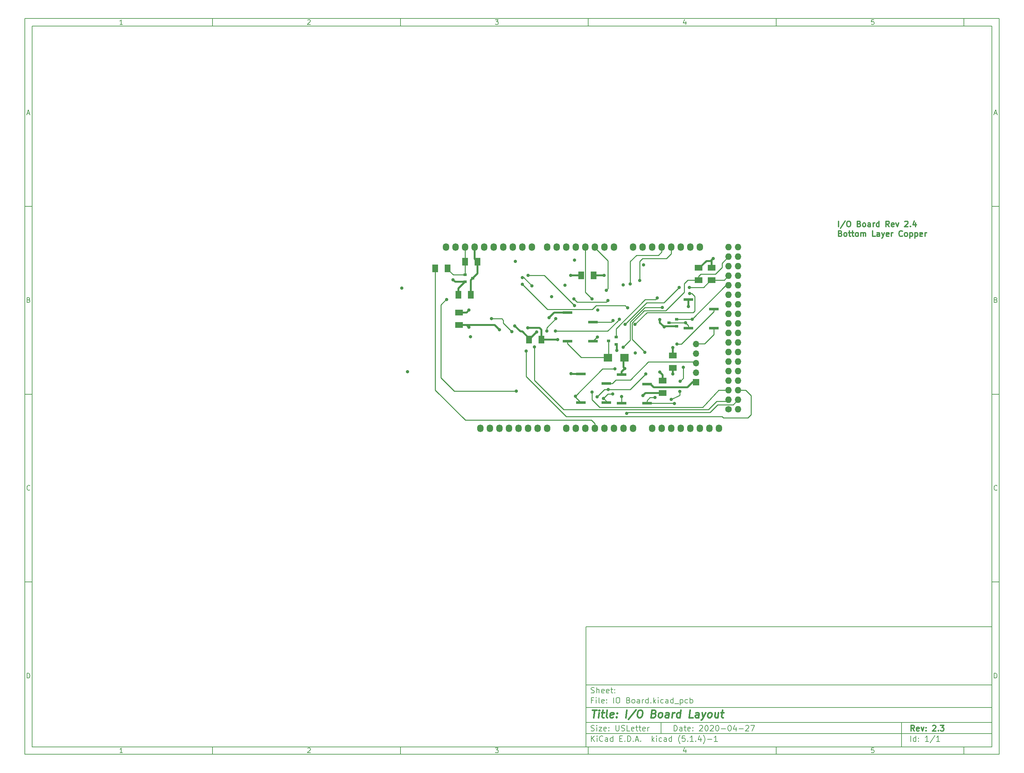
<source format=gbr>
G04 #@! TF.GenerationSoftware,KiCad,Pcbnew,(5.1.4)-1*
G04 #@! TF.CreationDate,2020-05-01T18:49:37-04:00*
G04 #@! TF.ProjectId,IO Board,494f2042-6f61-4726-942e-6b696361645f,2.3*
G04 #@! TF.SameCoordinates,Original*
G04 #@! TF.FileFunction,Copper,L4,Bot*
G04 #@! TF.FilePolarity,Positive*
%FSLAX46Y46*%
G04 Gerber Fmt 4.6, Leading zero omitted, Abs format (unit mm)*
G04 Created by KiCad (PCBNEW (5.1.4)-1) date 2020-05-01 18:49:37*
%MOMM*%
%LPD*%
G04 APERTURE LIST*
%ADD10C,0.100000*%
%ADD11C,0.150000*%
%ADD12C,0.300000*%
%ADD13C,0.400000*%
%ADD14R,2.200000X2.150000*%
%ADD15R,2.032000X1.524000*%
%ADD16R,0.900000X0.800000*%
%ADD17R,2.660000X0.800000*%
%ADD18C,1.727200*%
%ADD19O,1.727200X1.727200*%
%ADD20O,1.727200X2.032000*%
%ADD21R,1.524000X2.032000*%
%ADD22O,1.700000X1.700000*%
%ADD23R,1.700000X1.700000*%
%ADD24C,0.889000*%
%ADD25C,0.508000*%
%ADD26C,0.254000*%
G04 APERTURE END LIST*
D10*
D11*
X159400000Y-171900000D02*
X159400000Y-203900000D01*
X267400000Y-203900000D01*
X267400000Y-171900000D01*
X159400000Y-171900000D01*
D10*
D11*
X10000000Y-10000000D02*
X10000000Y-205900000D01*
X269400000Y-205900000D01*
X269400000Y-10000000D01*
X10000000Y-10000000D01*
D10*
D11*
X12000000Y-12000000D02*
X12000000Y-203900000D01*
X267400000Y-203900000D01*
X267400000Y-12000000D01*
X12000000Y-12000000D01*
D10*
D11*
X60000000Y-12000000D02*
X60000000Y-10000000D01*
D10*
D11*
X110000000Y-12000000D02*
X110000000Y-10000000D01*
D10*
D11*
X160000000Y-12000000D02*
X160000000Y-10000000D01*
D10*
D11*
X210000000Y-12000000D02*
X210000000Y-10000000D01*
D10*
D11*
X260000000Y-12000000D02*
X260000000Y-10000000D01*
D10*
D11*
X36065476Y-11588095D02*
X35322619Y-11588095D01*
X35694047Y-11588095D02*
X35694047Y-10288095D01*
X35570238Y-10473809D01*
X35446428Y-10597619D01*
X35322619Y-10659523D01*
D10*
D11*
X85322619Y-10411904D02*
X85384523Y-10350000D01*
X85508333Y-10288095D01*
X85817857Y-10288095D01*
X85941666Y-10350000D01*
X86003571Y-10411904D01*
X86065476Y-10535714D01*
X86065476Y-10659523D01*
X86003571Y-10845238D01*
X85260714Y-11588095D01*
X86065476Y-11588095D01*
D10*
D11*
X135260714Y-10288095D02*
X136065476Y-10288095D01*
X135632142Y-10783333D01*
X135817857Y-10783333D01*
X135941666Y-10845238D01*
X136003571Y-10907142D01*
X136065476Y-11030952D01*
X136065476Y-11340476D01*
X136003571Y-11464285D01*
X135941666Y-11526190D01*
X135817857Y-11588095D01*
X135446428Y-11588095D01*
X135322619Y-11526190D01*
X135260714Y-11464285D01*
D10*
D11*
X185941666Y-10721428D02*
X185941666Y-11588095D01*
X185632142Y-10226190D02*
X185322619Y-11154761D01*
X186127380Y-11154761D01*
D10*
D11*
X236003571Y-10288095D02*
X235384523Y-10288095D01*
X235322619Y-10907142D01*
X235384523Y-10845238D01*
X235508333Y-10783333D01*
X235817857Y-10783333D01*
X235941666Y-10845238D01*
X236003571Y-10907142D01*
X236065476Y-11030952D01*
X236065476Y-11340476D01*
X236003571Y-11464285D01*
X235941666Y-11526190D01*
X235817857Y-11588095D01*
X235508333Y-11588095D01*
X235384523Y-11526190D01*
X235322619Y-11464285D01*
D10*
D11*
X60000000Y-203900000D02*
X60000000Y-205900000D01*
D10*
D11*
X110000000Y-203900000D02*
X110000000Y-205900000D01*
D10*
D11*
X160000000Y-203900000D02*
X160000000Y-205900000D01*
D10*
D11*
X210000000Y-203900000D02*
X210000000Y-205900000D01*
D10*
D11*
X260000000Y-203900000D02*
X260000000Y-205900000D01*
D10*
D11*
X36065476Y-205488095D02*
X35322619Y-205488095D01*
X35694047Y-205488095D02*
X35694047Y-204188095D01*
X35570238Y-204373809D01*
X35446428Y-204497619D01*
X35322619Y-204559523D01*
D10*
D11*
X85322619Y-204311904D02*
X85384523Y-204250000D01*
X85508333Y-204188095D01*
X85817857Y-204188095D01*
X85941666Y-204250000D01*
X86003571Y-204311904D01*
X86065476Y-204435714D01*
X86065476Y-204559523D01*
X86003571Y-204745238D01*
X85260714Y-205488095D01*
X86065476Y-205488095D01*
D10*
D11*
X135260714Y-204188095D02*
X136065476Y-204188095D01*
X135632142Y-204683333D01*
X135817857Y-204683333D01*
X135941666Y-204745238D01*
X136003571Y-204807142D01*
X136065476Y-204930952D01*
X136065476Y-205240476D01*
X136003571Y-205364285D01*
X135941666Y-205426190D01*
X135817857Y-205488095D01*
X135446428Y-205488095D01*
X135322619Y-205426190D01*
X135260714Y-205364285D01*
D10*
D11*
X185941666Y-204621428D02*
X185941666Y-205488095D01*
X185632142Y-204126190D02*
X185322619Y-205054761D01*
X186127380Y-205054761D01*
D10*
D11*
X236003571Y-204188095D02*
X235384523Y-204188095D01*
X235322619Y-204807142D01*
X235384523Y-204745238D01*
X235508333Y-204683333D01*
X235817857Y-204683333D01*
X235941666Y-204745238D01*
X236003571Y-204807142D01*
X236065476Y-204930952D01*
X236065476Y-205240476D01*
X236003571Y-205364285D01*
X235941666Y-205426190D01*
X235817857Y-205488095D01*
X235508333Y-205488095D01*
X235384523Y-205426190D01*
X235322619Y-205364285D01*
D10*
D11*
X10000000Y-60000000D02*
X12000000Y-60000000D01*
D10*
D11*
X10000000Y-110000000D02*
X12000000Y-110000000D01*
D10*
D11*
X10000000Y-160000000D02*
X12000000Y-160000000D01*
D10*
D11*
X10690476Y-35216666D02*
X11309523Y-35216666D01*
X10566666Y-35588095D02*
X11000000Y-34288095D01*
X11433333Y-35588095D01*
D10*
D11*
X11092857Y-84907142D02*
X11278571Y-84969047D01*
X11340476Y-85030952D01*
X11402380Y-85154761D01*
X11402380Y-85340476D01*
X11340476Y-85464285D01*
X11278571Y-85526190D01*
X11154761Y-85588095D01*
X10659523Y-85588095D01*
X10659523Y-84288095D01*
X11092857Y-84288095D01*
X11216666Y-84350000D01*
X11278571Y-84411904D01*
X11340476Y-84535714D01*
X11340476Y-84659523D01*
X11278571Y-84783333D01*
X11216666Y-84845238D01*
X11092857Y-84907142D01*
X10659523Y-84907142D01*
D10*
D11*
X11402380Y-135464285D02*
X11340476Y-135526190D01*
X11154761Y-135588095D01*
X11030952Y-135588095D01*
X10845238Y-135526190D01*
X10721428Y-135402380D01*
X10659523Y-135278571D01*
X10597619Y-135030952D01*
X10597619Y-134845238D01*
X10659523Y-134597619D01*
X10721428Y-134473809D01*
X10845238Y-134350000D01*
X11030952Y-134288095D01*
X11154761Y-134288095D01*
X11340476Y-134350000D01*
X11402380Y-134411904D01*
D10*
D11*
X10659523Y-185588095D02*
X10659523Y-184288095D01*
X10969047Y-184288095D01*
X11154761Y-184350000D01*
X11278571Y-184473809D01*
X11340476Y-184597619D01*
X11402380Y-184845238D01*
X11402380Y-185030952D01*
X11340476Y-185278571D01*
X11278571Y-185402380D01*
X11154761Y-185526190D01*
X10969047Y-185588095D01*
X10659523Y-185588095D01*
D10*
D11*
X269400000Y-60000000D02*
X267400000Y-60000000D01*
D10*
D11*
X269400000Y-110000000D02*
X267400000Y-110000000D01*
D10*
D11*
X269400000Y-160000000D02*
X267400000Y-160000000D01*
D10*
D11*
X268090476Y-35216666D02*
X268709523Y-35216666D01*
X267966666Y-35588095D02*
X268400000Y-34288095D01*
X268833333Y-35588095D01*
D10*
D11*
X268492857Y-84907142D02*
X268678571Y-84969047D01*
X268740476Y-85030952D01*
X268802380Y-85154761D01*
X268802380Y-85340476D01*
X268740476Y-85464285D01*
X268678571Y-85526190D01*
X268554761Y-85588095D01*
X268059523Y-85588095D01*
X268059523Y-84288095D01*
X268492857Y-84288095D01*
X268616666Y-84350000D01*
X268678571Y-84411904D01*
X268740476Y-84535714D01*
X268740476Y-84659523D01*
X268678571Y-84783333D01*
X268616666Y-84845238D01*
X268492857Y-84907142D01*
X268059523Y-84907142D01*
D10*
D11*
X268802380Y-135464285D02*
X268740476Y-135526190D01*
X268554761Y-135588095D01*
X268430952Y-135588095D01*
X268245238Y-135526190D01*
X268121428Y-135402380D01*
X268059523Y-135278571D01*
X267997619Y-135030952D01*
X267997619Y-134845238D01*
X268059523Y-134597619D01*
X268121428Y-134473809D01*
X268245238Y-134350000D01*
X268430952Y-134288095D01*
X268554761Y-134288095D01*
X268740476Y-134350000D01*
X268802380Y-134411904D01*
D10*
D11*
X268059523Y-185588095D02*
X268059523Y-184288095D01*
X268369047Y-184288095D01*
X268554761Y-184350000D01*
X268678571Y-184473809D01*
X268740476Y-184597619D01*
X268802380Y-184845238D01*
X268802380Y-185030952D01*
X268740476Y-185278571D01*
X268678571Y-185402380D01*
X268554761Y-185526190D01*
X268369047Y-185588095D01*
X268059523Y-185588095D01*
D10*
D11*
X182832142Y-199678571D02*
X182832142Y-198178571D01*
X183189285Y-198178571D01*
X183403571Y-198250000D01*
X183546428Y-198392857D01*
X183617857Y-198535714D01*
X183689285Y-198821428D01*
X183689285Y-199035714D01*
X183617857Y-199321428D01*
X183546428Y-199464285D01*
X183403571Y-199607142D01*
X183189285Y-199678571D01*
X182832142Y-199678571D01*
X184975000Y-199678571D02*
X184975000Y-198892857D01*
X184903571Y-198750000D01*
X184760714Y-198678571D01*
X184475000Y-198678571D01*
X184332142Y-198750000D01*
X184975000Y-199607142D02*
X184832142Y-199678571D01*
X184475000Y-199678571D01*
X184332142Y-199607142D01*
X184260714Y-199464285D01*
X184260714Y-199321428D01*
X184332142Y-199178571D01*
X184475000Y-199107142D01*
X184832142Y-199107142D01*
X184975000Y-199035714D01*
X185475000Y-198678571D02*
X186046428Y-198678571D01*
X185689285Y-198178571D02*
X185689285Y-199464285D01*
X185760714Y-199607142D01*
X185903571Y-199678571D01*
X186046428Y-199678571D01*
X187117857Y-199607142D02*
X186975000Y-199678571D01*
X186689285Y-199678571D01*
X186546428Y-199607142D01*
X186475000Y-199464285D01*
X186475000Y-198892857D01*
X186546428Y-198750000D01*
X186689285Y-198678571D01*
X186975000Y-198678571D01*
X187117857Y-198750000D01*
X187189285Y-198892857D01*
X187189285Y-199035714D01*
X186475000Y-199178571D01*
X187832142Y-199535714D02*
X187903571Y-199607142D01*
X187832142Y-199678571D01*
X187760714Y-199607142D01*
X187832142Y-199535714D01*
X187832142Y-199678571D01*
X187832142Y-198750000D02*
X187903571Y-198821428D01*
X187832142Y-198892857D01*
X187760714Y-198821428D01*
X187832142Y-198750000D01*
X187832142Y-198892857D01*
X189617857Y-198321428D02*
X189689285Y-198250000D01*
X189832142Y-198178571D01*
X190189285Y-198178571D01*
X190332142Y-198250000D01*
X190403571Y-198321428D01*
X190475000Y-198464285D01*
X190475000Y-198607142D01*
X190403571Y-198821428D01*
X189546428Y-199678571D01*
X190475000Y-199678571D01*
X191403571Y-198178571D02*
X191546428Y-198178571D01*
X191689285Y-198250000D01*
X191760714Y-198321428D01*
X191832142Y-198464285D01*
X191903571Y-198750000D01*
X191903571Y-199107142D01*
X191832142Y-199392857D01*
X191760714Y-199535714D01*
X191689285Y-199607142D01*
X191546428Y-199678571D01*
X191403571Y-199678571D01*
X191260714Y-199607142D01*
X191189285Y-199535714D01*
X191117857Y-199392857D01*
X191046428Y-199107142D01*
X191046428Y-198750000D01*
X191117857Y-198464285D01*
X191189285Y-198321428D01*
X191260714Y-198250000D01*
X191403571Y-198178571D01*
X192475000Y-198321428D02*
X192546428Y-198250000D01*
X192689285Y-198178571D01*
X193046428Y-198178571D01*
X193189285Y-198250000D01*
X193260714Y-198321428D01*
X193332142Y-198464285D01*
X193332142Y-198607142D01*
X193260714Y-198821428D01*
X192403571Y-199678571D01*
X193332142Y-199678571D01*
X194260714Y-198178571D02*
X194403571Y-198178571D01*
X194546428Y-198250000D01*
X194617857Y-198321428D01*
X194689285Y-198464285D01*
X194760714Y-198750000D01*
X194760714Y-199107142D01*
X194689285Y-199392857D01*
X194617857Y-199535714D01*
X194546428Y-199607142D01*
X194403571Y-199678571D01*
X194260714Y-199678571D01*
X194117857Y-199607142D01*
X194046428Y-199535714D01*
X193975000Y-199392857D01*
X193903571Y-199107142D01*
X193903571Y-198750000D01*
X193975000Y-198464285D01*
X194046428Y-198321428D01*
X194117857Y-198250000D01*
X194260714Y-198178571D01*
X195403571Y-199107142D02*
X196546428Y-199107142D01*
X197546428Y-198178571D02*
X197689285Y-198178571D01*
X197832142Y-198250000D01*
X197903571Y-198321428D01*
X197975000Y-198464285D01*
X198046428Y-198750000D01*
X198046428Y-199107142D01*
X197975000Y-199392857D01*
X197903571Y-199535714D01*
X197832142Y-199607142D01*
X197689285Y-199678571D01*
X197546428Y-199678571D01*
X197403571Y-199607142D01*
X197332142Y-199535714D01*
X197260714Y-199392857D01*
X197189285Y-199107142D01*
X197189285Y-198750000D01*
X197260714Y-198464285D01*
X197332142Y-198321428D01*
X197403571Y-198250000D01*
X197546428Y-198178571D01*
X199332142Y-198678571D02*
X199332142Y-199678571D01*
X198975000Y-198107142D02*
X198617857Y-199178571D01*
X199546428Y-199178571D01*
X200117857Y-199107142D02*
X201260714Y-199107142D01*
X201903571Y-198321428D02*
X201975000Y-198250000D01*
X202117857Y-198178571D01*
X202475000Y-198178571D01*
X202617857Y-198250000D01*
X202689285Y-198321428D01*
X202760714Y-198464285D01*
X202760714Y-198607142D01*
X202689285Y-198821428D01*
X201832142Y-199678571D01*
X202760714Y-199678571D01*
X203260714Y-198178571D02*
X204260714Y-198178571D01*
X203617857Y-199678571D01*
D10*
D11*
X159400000Y-200400000D02*
X267400000Y-200400000D01*
D10*
D11*
X160832142Y-202478571D02*
X160832142Y-200978571D01*
X161689285Y-202478571D02*
X161046428Y-201621428D01*
X161689285Y-200978571D02*
X160832142Y-201835714D01*
X162332142Y-202478571D02*
X162332142Y-201478571D01*
X162332142Y-200978571D02*
X162260714Y-201050000D01*
X162332142Y-201121428D01*
X162403571Y-201050000D01*
X162332142Y-200978571D01*
X162332142Y-201121428D01*
X163903571Y-202335714D02*
X163832142Y-202407142D01*
X163617857Y-202478571D01*
X163475000Y-202478571D01*
X163260714Y-202407142D01*
X163117857Y-202264285D01*
X163046428Y-202121428D01*
X162975000Y-201835714D01*
X162975000Y-201621428D01*
X163046428Y-201335714D01*
X163117857Y-201192857D01*
X163260714Y-201050000D01*
X163475000Y-200978571D01*
X163617857Y-200978571D01*
X163832142Y-201050000D01*
X163903571Y-201121428D01*
X165189285Y-202478571D02*
X165189285Y-201692857D01*
X165117857Y-201550000D01*
X164975000Y-201478571D01*
X164689285Y-201478571D01*
X164546428Y-201550000D01*
X165189285Y-202407142D02*
X165046428Y-202478571D01*
X164689285Y-202478571D01*
X164546428Y-202407142D01*
X164475000Y-202264285D01*
X164475000Y-202121428D01*
X164546428Y-201978571D01*
X164689285Y-201907142D01*
X165046428Y-201907142D01*
X165189285Y-201835714D01*
X166546428Y-202478571D02*
X166546428Y-200978571D01*
X166546428Y-202407142D02*
X166403571Y-202478571D01*
X166117857Y-202478571D01*
X165975000Y-202407142D01*
X165903571Y-202335714D01*
X165832142Y-202192857D01*
X165832142Y-201764285D01*
X165903571Y-201621428D01*
X165975000Y-201550000D01*
X166117857Y-201478571D01*
X166403571Y-201478571D01*
X166546428Y-201550000D01*
X168403571Y-201692857D02*
X168903571Y-201692857D01*
X169117857Y-202478571D02*
X168403571Y-202478571D01*
X168403571Y-200978571D01*
X169117857Y-200978571D01*
X169760714Y-202335714D02*
X169832142Y-202407142D01*
X169760714Y-202478571D01*
X169689285Y-202407142D01*
X169760714Y-202335714D01*
X169760714Y-202478571D01*
X170475000Y-202478571D02*
X170475000Y-200978571D01*
X170832142Y-200978571D01*
X171046428Y-201050000D01*
X171189285Y-201192857D01*
X171260714Y-201335714D01*
X171332142Y-201621428D01*
X171332142Y-201835714D01*
X171260714Y-202121428D01*
X171189285Y-202264285D01*
X171046428Y-202407142D01*
X170832142Y-202478571D01*
X170475000Y-202478571D01*
X171975000Y-202335714D02*
X172046428Y-202407142D01*
X171975000Y-202478571D01*
X171903571Y-202407142D01*
X171975000Y-202335714D01*
X171975000Y-202478571D01*
X172617857Y-202050000D02*
X173332142Y-202050000D01*
X172475000Y-202478571D02*
X172975000Y-200978571D01*
X173475000Y-202478571D01*
X173975000Y-202335714D02*
X174046428Y-202407142D01*
X173975000Y-202478571D01*
X173903571Y-202407142D01*
X173975000Y-202335714D01*
X173975000Y-202478571D01*
X176975000Y-202478571D02*
X176975000Y-200978571D01*
X177117857Y-201907142D02*
X177546428Y-202478571D01*
X177546428Y-201478571D02*
X176975000Y-202050000D01*
X178189285Y-202478571D02*
X178189285Y-201478571D01*
X178189285Y-200978571D02*
X178117857Y-201050000D01*
X178189285Y-201121428D01*
X178260714Y-201050000D01*
X178189285Y-200978571D01*
X178189285Y-201121428D01*
X179546428Y-202407142D02*
X179403571Y-202478571D01*
X179117857Y-202478571D01*
X178975000Y-202407142D01*
X178903571Y-202335714D01*
X178832142Y-202192857D01*
X178832142Y-201764285D01*
X178903571Y-201621428D01*
X178975000Y-201550000D01*
X179117857Y-201478571D01*
X179403571Y-201478571D01*
X179546428Y-201550000D01*
X180832142Y-202478571D02*
X180832142Y-201692857D01*
X180760714Y-201550000D01*
X180617857Y-201478571D01*
X180332142Y-201478571D01*
X180189285Y-201550000D01*
X180832142Y-202407142D02*
X180689285Y-202478571D01*
X180332142Y-202478571D01*
X180189285Y-202407142D01*
X180117857Y-202264285D01*
X180117857Y-202121428D01*
X180189285Y-201978571D01*
X180332142Y-201907142D01*
X180689285Y-201907142D01*
X180832142Y-201835714D01*
X182189285Y-202478571D02*
X182189285Y-200978571D01*
X182189285Y-202407142D02*
X182046428Y-202478571D01*
X181760714Y-202478571D01*
X181617857Y-202407142D01*
X181546428Y-202335714D01*
X181475000Y-202192857D01*
X181475000Y-201764285D01*
X181546428Y-201621428D01*
X181617857Y-201550000D01*
X181760714Y-201478571D01*
X182046428Y-201478571D01*
X182189285Y-201550000D01*
X184475000Y-203050000D02*
X184403571Y-202978571D01*
X184260714Y-202764285D01*
X184189285Y-202621428D01*
X184117857Y-202407142D01*
X184046428Y-202050000D01*
X184046428Y-201764285D01*
X184117857Y-201407142D01*
X184189285Y-201192857D01*
X184260714Y-201050000D01*
X184403571Y-200835714D01*
X184475000Y-200764285D01*
X185760714Y-200978571D02*
X185046428Y-200978571D01*
X184975000Y-201692857D01*
X185046428Y-201621428D01*
X185189285Y-201550000D01*
X185546428Y-201550000D01*
X185689285Y-201621428D01*
X185760714Y-201692857D01*
X185832142Y-201835714D01*
X185832142Y-202192857D01*
X185760714Y-202335714D01*
X185689285Y-202407142D01*
X185546428Y-202478571D01*
X185189285Y-202478571D01*
X185046428Y-202407142D01*
X184975000Y-202335714D01*
X186475000Y-202335714D02*
X186546428Y-202407142D01*
X186475000Y-202478571D01*
X186403571Y-202407142D01*
X186475000Y-202335714D01*
X186475000Y-202478571D01*
X187975000Y-202478571D02*
X187117857Y-202478571D01*
X187546428Y-202478571D02*
X187546428Y-200978571D01*
X187403571Y-201192857D01*
X187260714Y-201335714D01*
X187117857Y-201407142D01*
X188617857Y-202335714D02*
X188689285Y-202407142D01*
X188617857Y-202478571D01*
X188546428Y-202407142D01*
X188617857Y-202335714D01*
X188617857Y-202478571D01*
X189975000Y-201478571D02*
X189975000Y-202478571D01*
X189617857Y-200907142D02*
X189260714Y-201978571D01*
X190189285Y-201978571D01*
X190617857Y-203050000D02*
X190689285Y-202978571D01*
X190832142Y-202764285D01*
X190903571Y-202621428D01*
X190975000Y-202407142D01*
X191046428Y-202050000D01*
X191046428Y-201764285D01*
X190975000Y-201407142D01*
X190903571Y-201192857D01*
X190832142Y-201050000D01*
X190689285Y-200835714D01*
X190617857Y-200764285D01*
X191760714Y-201907142D02*
X192903571Y-201907142D01*
X194403571Y-202478571D02*
X193546428Y-202478571D01*
X193975000Y-202478571D02*
X193975000Y-200978571D01*
X193832142Y-201192857D01*
X193689285Y-201335714D01*
X193546428Y-201407142D01*
D10*
D11*
X159400000Y-197400000D02*
X267400000Y-197400000D01*
D10*
D12*
X246809285Y-199678571D02*
X246309285Y-198964285D01*
X245952142Y-199678571D02*
X245952142Y-198178571D01*
X246523571Y-198178571D01*
X246666428Y-198250000D01*
X246737857Y-198321428D01*
X246809285Y-198464285D01*
X246809285Y-198678571D01*
X246737857Y-198821428D01*
X246666428Y-198892857D01*
X246523571Y-198964285D01*
X245952142Y-198964285D01*
X248023571Y-199607142D02*
X247880714Y-199678571D01*
X247595000Y-199678571D01*
X247452142Y-199607142D01*
X247380714Y-199464285D01*
X247380714Y-198892857D01*
X247452142Y-198750000D01*
X247595000Y-198678571D01*
X247880714Y-198678571D01*
X248023571Y-198750000D01*
X248095000Y-198892857D01*
X248095000Y-199035714D01*
X247380714Y-199178571D01*
X248595000Y-198678571D02*
X248952142Y-199678571D01*
X249309285Y-198678571D01*
X249880714Y-199535714D02*
X249952142Y-199607142D01*
X249880714Y-199678571D01*
X249809285Y-199607142D01*
X249880714Y-199535714D01*
X249880714Y-199678571D01*
X249880714Y-198750000D02*
X249952142Y-198821428D01*
X249880714Y-198892857D01*
X249809285Y-198821428D01*
X249880714Y-198750000D01*
X249880714Y-198892857D01*
X251666428Y-198321428D02*
X251737857Y-198250000D01*
X251880714Y-198178571D01*
X252237857Y-198178571D01*
X252380714Y-198250000D01*
X252452142Y-198321428D01*
X252523571Y-198464285D01*
X252523571Y-198607142D01*
X252452142Y-198821428D01*
X251595000Y-199678571D01*
X252523571Y-199678571D01*
X253166428Y-199535714D02*
X253237857Y-199607142D01*
X253166428Y-199678571D01*
X253095000Y-199607142D01*
X253166428Y-199535714D01*
X253166428Y-199678571D01*
X253737857Y-198178571D02*
X254666428Y-198178571D01*
X254166428Y-198750000D01*
X254380714Y-198750000D01*
X254523571Y-198821428D01*
X254595000Y-198892857D01*
X254666428Y-199035714D01*
X254666428Y-199392857D01*
X254595000Y-199535714D01*
X254523571Y-199607142D01*
X254380714Y-199678571D01*
X253952142Y-199678571D01*
X253809285Y-199607142D01*
X253737857Y-199535714D01*
D10*
D11*
X160760714Y-199607142D02*
X160975000Y-199678571D01*
X161332142Y-199678571D01*
X161475000Y-199607142D01*
X161546428Y-199535714D01*
X161617857Y-199392857D01*
X161617857Y-199250000D01*
X161546428Y-199107142D01*
X161475000Y-199035714D01*
X161332142Y-198964285D01*
X161046428Y-198892857D01*
X160903571Y-198821428D01*
X160832142Y-198750000D01*
X160760714Y-198607142D01*
X160760714Y-198464285D01*
X160832142Y-198321428D01*
X160903571Y-198250000D01*
X161046428Y-198178571D01*
X161403571Y-198178571D01*
X161617857Y-198250000D01*
X162260714Y-199678571D02*
X162260714Y-198678571D01*
X162260714Y-198178571D02*
X162189285Y-198250000D01*
X162260714Y-198321428D01*
X162332142Y-198250000D01*
X162260714Y-198178571D01*
X162260714Y-198321428D01*
X162832142Y-198678571D02*
X163617857Y-198678571D01*
X162832142Y-199678571D01*
X163617857Y-199678571D01*
X164760714Y-199607142D02*
X164617857Y-199678571D01*
X164332142Y-199678571D01*
X164189285Y-199607142D01*
X164117857Y-199464285D01*
X164117857Y-198892857D01*
X164189285Y-198750000D01*
X164332142Y-198678571D01*
X164617857Y-198678571D01*
X164760714Y-198750000D01*
X164832142Y-198892857D01*
X164832142Y-199035714D01*
X164117857Y-199178571D01*
X165475000Y-199535714D02*
X165546428Y-199607142D01*
X165475000Y-199678571D01*
X165403571Y-199607142D01*
X165475000Y-199535714D01*
X165475000Y-199678571D01*
X165475000Y-198750000D02*
X165546428Y-198821428D01*
X165475000Y-198892857D01*
X165403571Y-198821428D01*
X165475000Y-198750000D01*
X165475000Y-198892857D01*
X167332142Y-198178571D02*
X167332142Y-199392857D01*
X167403571Y-199535714D01*
X167475000Y-199607142D01*
X167617857Y-199678571D01*
X167903571Y-199678571D01*
X168046428Y-199607142D01*
X168117857Y-199535714D01*
X168189285Y-199392857D01*
X168189285Y-198178571D01*
X168832142Y-199607142D02*
X169046428Y-199678571D01*
X169403571Y-199678571D01*
X169546428Y-199607142D01*
X169617857Y-199535714D01*
X169689285Y-199392857D01*
X169689285Y-199250000D01*
X169617857Y-199107142D01*
X169546428Y-199035714D01*
X169403571Y-198964285D01*
X169117857Y-198892857D01*
X168975000Y-198821428D01*
X168903571Y-198750000D01*
X168832142Y-198607142D01*
X168832142Y-198464285D01*
X168903571Y-198321428D01*
X168975000Y-198250000D01*
X169117857Y-198178571D01*
X169475000Y-198178571D01*
X169689285Y-198250000D01*
X171046428Y-199678571D02*
X170332142Y-199678571D01*
X170332142Y-198178571D01*
X172117857Y-199607142D02*
X171975000Y-199678571D01*
X171689285Y-199678571D01*
X171546428Y-199607142D01*
X171475000Y-199464285D01*
X171475000Y-198892857D01*
X171546428Y-198750000D01*
X171689285Y-198678571D01*
X171975000Y-198678571D01*
X172117857Y-198750000D01*
X172189285Y-198892857D01*
X172189285Y-199035714D01*
X171475000Y-199178571D01*
X172617857Y-198678571D02*
X173189285Y-198678571D01*
X172832142Y-198178571D02*
X172832142Y-199464285D01*
X172903571Y-199607142D01*
X173046428Y-199678571D01*
X173189285Y-199678571D01*
X173475000Y-198678571D02*
X174046428Y-198678571D01*
X173689285Y-198178571D02*
X173689285Y-199464285D01*
X173760714Y-199607142D01*
X173903571Y-199678571D01*
X174046428Y-199678571D01*
X175117857Y-199607142D02*
X174975000Y-199678571D01*
X174689285Y-199678571D01*
X174546428Y-199607142D01*
X174475000Y-199464285D01*
X174475000Y-198892857D01*
X174546428Y-198750000D01*
X174689285Y-198678571D01*
X174975000Y-198678571D01*
X175117857Y-198750000D01*
X175189285Y-198892857D01*
X175189285Y-199035714D01*
X174475000Y-199178571D01*
X175832142Y-199678571D02*
X175832142Y-198678571D01*
X175832142Y-198964285D02*
X175903571Y-198821428D01*
X175975000Y-198750000D01*
X176117857Y-198678571D01*
X176260714Y-198678571D01*
D10*
D11*
X245832142Y-202478571D02*
X245832142Y-200978571D01*
X247189285Y-202478571D02*
X247189285Y-200978571D01*
X247189285Y-202407142D02*
X247046428Y-202478571D01*
X246760714Y-202478571D01*
X246617857Y-202407142D01*
X246546428Y-202335714D01*
X246475000Y-202192857D01*
X246475000Y-201764285D01*
X246546428Y-201621428D01*
X246617857Y-201550000D01*
X246760714Y-201478571D01*
X247046428Y-201478571D01*
X247189285Y-201550000D01*
X247903571Y-202335714D02*
X247975000Y-202407142D01*
X247903571Y-202478571D01*
X247832142Y-202407142D01*
X247903571Y-202335714D01*
X247903571Y-202478571D01*
X247903571Y-201550000D02*
X247975000Y-201621428D01*
X247903571Y-201692857D01*
X247832142Y-201621428D01*
X247903571Y-201550000D01*
X247903571Y-201692857D01*
X250546428Y-202478571D02*
X249689285Y-202478571D01*
X250117857Y-202478571D02*
X250117857Y-200978571D01*
X249975000Y-201192857D01*
X249832142Y-201335714D01*
X249689285Y-201407142D01*
X252260714Y-200907142D02*
X250975000Y-202835714D01*
X253546428Y-202478571D02*
X252689285Y-202478571D01*
X253117857Y-202478571D02*
X253117857Y-200978571D01*
X252975000Y-201192857D01*
X252832142Y-201335714D01*
X252689285Y-201407142D01*
D10*
D11*
X159400000Y-193400000D02*
X267400000Y-193400000D01*
D10*
D13*
X161112380Y-194104761D02*
X162255238Y-194104761D01*
X161433809Y-196104761D02*
X161683809Y-194104761D01*
X162671904Y-196104761D02*
X162838571Y-194771428D01*
X162921904Y-194104761D02*
X162814761Y-194200000D01*
X162898095Y-194295238D01*
X163005238Y-194200000D01*
X162921904Y-194104761D01*
X162898095Y-194295238D01*
X163505238Y-194771428D02*
X164267142Y-194771428D01*
X163874285Y-194104761D02*
X163660000Y-195819047D01*
X163731428Y-196009523D01*
X163910000Y-196104761D01*
X164100476Y-196104761D01*
X165052857Y-196104761D02*
X164874285Y-196009523D01*
X164802857Y-195819047D01*
X165017142Y-194104761D01*
X166588571Y-196009523D02*
X166386190Y-196104761D01*
X166005238Y-196104761D01*
X165826666Y-196009523D01*
X165755238Y-195819047D01*
X165850476Y-195057142D01*
X165969523Y-194866666D01*
X166171904Y-194771428D01*
X166552857Y-194771428D01*
X166731428Y-194866666D01*
X166802857Y-195057142D01*
X166779047Y-195247619D01*
X165802857Y-195438095D01*
X167552857Y-195914285D02*
X167636190Y-196009523D01*
X167529047Y-196104761D01*
X167445714Y-196009523D01*
X167552857Y-195914285D01*
X167529047Y-196104761D01*
X167683809Y-194866666D02*
X167767142Y-194961904D01*
X167660000Y-195057142D01*
X167576666Y-194961904D01*
X167683809Y-194866666D01*
X167660000Y-195057142D01*
X170005238Y-196104761D02*
X170255238Y-194104761D01*
X172648095Y-194009523D02*
X170612380Y-196580952D01*
X173683809Y-194104761D02*
X174064761Y-194104761D01*
X174243333Y-194200000D01*
X174410000Y-194390476D01*
X174457619Y-194771428D01*
X174374285Y-195438095D01*
X174231428Y-195819047D01*
X174017142Y-196009523D01*
X173814761Y-196104761D01*
X173433809Y-196104761D01*
X173255238Y-196009523D01*
X173088571Y-195819047D01*
X173040952Y-195438095D01*
X173124285Y-194771428D01*
X173267142Y-194390476D01*
X173481428Y-194200000D01*
X173683809Y-194104761D01*
X177469523Y-195057142D02*
X177743333Y-195152380D01*
X177826666Y-195247619D01*
X177898095Y-195438095D01*
X177862380Y-195723809D01*
X177743333Y-195914285D01*
X177636190Y-196009523D01*
X177433809Y-196104761D01*
X176671904Y-196104761D01*
X176921904Y-194104761D01*
X177588571Y-194104761D01*
X177767142Y-194200000D01*
X177850476Y-194295238D01*
X177921904Y-194485714D01*
X177898095Y-194676190D01*
X177779047Y-194866666D01*
X177671904Y-194961904D01*
X177469523Y-195057142D01*
X176802857Y-195057142D01*
X178957619Y-196104761D02*
X178779047Y-196009523D01*
X178695714Y-195914285D01*
X178624285Y-195723809D01*
X178695714Y-195152380D01*
X178814761Y-194961904D01*
X178921904Y-194866666D01*
X179124285Y-194771428D01*
X179410000Y-194771428D01*
X179588571Y-194866666D01*
X179671904Y-194961904D01*
X179743333Y-195152380D01*
X179671904Y-195723809D01*
X179552857Y-195914285D01*
X179445714Y-196009523D01*
X179243333Y-196104761D01*
X178957619Y-196104761D01*
X181338571Y-196104761D02*
X181469523Y-195057142D01*
X181398095Y-194866666D01*
X181219523Y-194771428D01*
X180838571Y-194771428D01*
X180636190Y-194866666D01*
X181350476Y-196009523D02*
X181148095Y-196104761D01*
X180671904Y-196104761D01*
X180493333Y-196009523D01*
X180421904Y-195819047D01*
X180445714Y-195628571D01*
X180564761Y-195438095D01*
X180767142Y-195342857D01*
X181243333Y-195342857D01*
X181445714Y-195247619D01*
X182290952Y-196104761D02*
X182457619Y-194771428D01*
X182410000Y-195152380D02*
X182529047Y-194961904D01*
X182636190Y-194866666D01*
X182838571Y-194771428D01*
X183029047Y-194771428D01*
X184386190Y-196104761D02*
X184636190Y-194104761D01*
X184398095Y-196009523D02*
X184195714Y-196104761D01*
X183814761Y-196104761D01*
X183636190Y-196009523D01*
X183552857Y-195914285D01*
X183481428Y-195723809D01*
X183552857Y-195152380D01*
X183671904Y-194961904D01*
X183779047Y-194866666D01*
X183981428Y-194771428D01*
X184362380Y-194771428D01*
X184540952Y-194866666D01*
X187814761Y-196104761D02*
X186862380Y-196104761D01*
X187112380Y-194104761D01*
X189338571Y-196104761D02*
X189469523Y-195057142D01*
X189398095Y-194866666D01*
X189219523Y-194771428D01*
X188838571Y-194771428D01*
X188636190Y-194866666D01*
X189350476Y-196009523D02*
X189148095Y-196104761D01*
X188671904Y-196104761D01*
X188493333Y-196009523D01*
X188421904Y-195819047D01*
X188445714Y-195628571D01*
X188564761Y-195438095D01*
X188767142Y-195342857D01*
X189243333Y-195342857D01*
X189445714Y-195247619D01*
X190267142Y-194771428D02*
X190576666Y-196104761D01*
X191219523Y-194771428D02*
X190576666Y-196104761D01*
X190326666Y-196580952D01*
X190219523Y-196676190D01*
X190017142Y-196771428D01*
X192100476Y-196104761D02*
X191921904Y-196009523D01*
X191838571Y-195914285D01*
X191767142Y-195723809D01*
X191838571Y-195152380D01*
X191957619Y-194961904D01*
X192064761Y-194866666D01*
X192267142Y-194771428D01*
X192552857Y-194771428D01*
X192731428Y-194866666D01*
X192814761Y-194961904D01*
X192886190Y-195152380D01*
X192814761Y-195723809D01*
X192695714Y-195914285D01*
X192588571Y-196009523D01*
X192386190Y-196104761D01*
X192100476Y-196104761D01*
X194648095Y-194771428D02*
X194481428Y-196104761D01*
X193790952Y-194771428D02*
X193660000Y-195819047D01*
X193731428Y-196009523D01*
X193910000Y-196104761D01*
X194195714Y-196104761D01*
X194398095Y-196009523D01*
X194505238Y-195914285D01*
X195314761Y-194771428D02*
X196076666Y-194771428D01*
X195683809Y-194104761D02*
X195469523Y-195819047D01*
X195540952Y-196009523D01*
X195719523Y-196104761D01*
X195910000Y-196104761D01*
D10*
D11*
X161332142Y-191492857D02*
X160832142Y-191492857D01*
X160832142Y-192278571D02*
X160832142Y-190778571D01*
X161546428Y-190778571D01*
X162117857Y-192278571D02*
X162117857Y-191278571D01*
X162117857Y-190778571D02*
X162046428Y-190850000D01*
X162117857Y-190921428D01*
X162189285Y-190850000D01*
X162117857Y-190778571D01*
X162117857Y-190921428D01*
X163046428Y-192278571D02*
X162903571Y-192207142D01*
X162832142Y-192064285D01*
X162832142Y-190778571D01*
X164189285Y-192207142D02*
X164046428Y-192278571D01*
X163760714Y-192278571D01*
X163617857Y-192207142D01*
X163546428Y-192064285D01*
X163546428Y-191492857D01*
X163617857Y-191350000D01*
X163760714Y-191278571D01*
X164046428Y-191278571D01*
X164189285Y-191350000D01*
X164260714Y-191492857D01*
X164260714Y-191635714D01*
X163546428Y-191778571D01*
X164903571Y-192135714D02*
X164975000Y-192207142D01*
X164903571Y-192278571D01*
X164832142Y-192207142D01*
X164903571Y-192135714D01*
X164903571Y-192278571D01*
X164903571Y-191350000D02*
X164975000Y-191421428D01*
X164903571Y-191492857D01*
X164832142Y-191421428D01*
X164903571Y-191350000D01*
X164903571Y-191492857D01*
X166760714Y-192278571D02*
X166760714Y-190778571D01*
X167760714Y-190778571D02*
X168046428Y-190778571D01*
X168189285Y-190850000D01*
X168332142Y-190992857D01*
X168403571Y-191278571D01*
X168403571Y-191778571D01*
X168332142Y-192064285D01*
X168189285Y-192207142D01*
X168046428Y-192278571D01*
X167760714Y-192278571D01*
X167617857Y-192207142D01*
X167475000Y-192064285D01*
X167403571Y-191778571D01*
X167403571Y-191278571D01*
X167475000Y-190992857D01*
X167617857Y-190850000D01*
X167760714Y-190778571D01*
X170689285Y-191492857D02*
X170903571Y-191564285D01*
X170975000Y-191635714D01*
X171046428Y-191778571D01*
X171046428Y-191992857D01*
X170975000Y-192135714D01*
X170903571Y-192207142D01*
X170760714Y-192278571D01*
X170189285Y-192278571D01*
X170189285Y-190778571D01*
X170689285Y-190778571D01*
X170832142Y-190850000D01*
X170903571Y-190921428D01*
X170975000Y-191064285D01*
X170975000Y-191207142D01*
X170903571Y-191350000D01*
X170832142Y-191421428D01*
X170689285Y-191492857D01*
X170189285Y-191492857D01*
X171903571Y-192278571D02*
X171760714Y-192207142D01*
X171689285Y-192135714D01*
X171617857Y-191992857D01*
X171617857Y-191564285D01*
X171689285Y-191421428D01*
X171760714Y-191350000D01*
X171903571Y-191278571D01*
X172117857Y-191278571D01*
X172260714Y-191350000D01*
X172332142Y-191421428D01*
X172403571Y-191564285D01*
X172403571Y-191992857D01*
X172332142Y-192135714D01*
X172260714Y-192207142D01*
X172117857Y-192278571D01*
X171903571Y-192278571D01*
X173689285Y-192278571D02*
X173689285Y-191492857D01*
X173617857Y-191350000D01*
X173475000Y-191278571D01*
X173189285Y-191278571D01*
X173046428Y-191350000D01*
X173689285Y-192207142D02*
X173546428Y-192278571D01*
X173189285Y-192278571D01*
X173046428Y-192207142D01*
X172975000Y-192064285D01*
X172975000Y-191921428D01*
X173046428Y-191778571D01*
X173189285Y-191707142D01*
X173546428Y-191707142D01*
X173689285Y-191635714D01*
X174403571Y-192278571D02*
X174403571Y-191278571D01*
X174403571Y-191564285D02*
X174475000Y-191421428D01*
X174546428Y-191350000D01*
X174689285Y-191278571D01*
X174832142Y-191278571D01*
X175975000Y-192278571D02*
X175975000Y-190778571D01*
X175975000Y-192207142D02*
X175832142Y-192278571D01*
X175546428Y-192278571D01*
X175403571Y-192207142D01*
X175332142Y-192135714D01*
X175260714Y-191992857D01*
X175260714Y-191564285D01*
X175332142Y-191421428D01*
X175403571Y-191350000D01*
X175546428Y-191278571D01*
X175832142Y-191278571D01*
X175975000Y-191350000D01*
X176689285Y-192135714D02*
X176760714Y-192207142D01*
X176689285Y-192278571D01*
X176617857Y-192207142D01*
X176689285Y-192135714D01*
X176689285Y-192278571D01*
X177403571Y-192278571D02*
X177403571Y-190778571D01*
X177546428Y-191707142D02*
X177975000Y-192278571D01*
X177975000Y-191278571D02*
X177403571Y-191850000D01*
X178617857Y-192278571D02*
X178617857Y-191278571D01*
X178617857Y-190778571D02*
X178546428Y-190850000D01*
X178617857Y-190921428D01*
X178689285Y-190850000D01*
X178617857Y-190778571D01*
X178617857Y-190921428D01*
X179975000Y-192207142D02*
X179832142Y-192278571D01*
X179546428Y-192278571D01*
X179403571Y-192207142D01*
X179332142Y-192135714D01*
X179260714Y-191992857D01*
X179260714Y-191564285D01*
X179332142Y-191421428D01*
X179403571Y-191350000D01*
X179546428Y-191278571D01*
X179832142Y-191278571D01*
X179975000Y-191350000D01*
X181260714Y-192278571D02*
X181260714Y-191492857D01*
X181189285Y-191350000D01*
X181046428Y-191278571D01*
X180760714Y-191278571D01*
X180617857Y-191350000D01*
X181260714Y-192207142D02*
X181117857Y-192278571D01*
X180760714Y-192278571D01*
X180617857Y-192207142D01*
X180546428Y-192064285D01*
X180546428Y-191921428D01*
X180617857Y-191778571D01*
X180760714Y-191707142D01*
X181117857Y-191707142D01*
X181260714Y-191635714D01*
X182617857Y-192278571D02*
X182617857Y-190778571D01*
X182617857Y-192207142D02*
X182475000Y-192278571D01*
X182189285Y-192278571D01*
X182046428Y-192207142D01*
X181975000Y-192135714D01*
X181903571Y-191992857D01*
X181903571Y-191564285D01*
X181975000Y-191421428D01*
X182046428Y-191350000D01*
X182189285Y-191278571D01*
X182475000Y-191278571D01*
X182617857Y-191350000D01*
X182975000Y-192421428D02*
X184117857Y-192421428D01*
X184475000Y-191278571D02*
X184475000Y-192778571D01*
X184475000Y-191350000D02*
X184617857Y-191278571D01*
X184903571Y-191278571D01*
X185046428Y-191350000D01*
X185117857Y-191421428D01*
X185189285Y-191564285D01*
X185189285Y-191992857D01*
X185117857Y-192135714D01*
X185046428Y-192207142D01*
X184903571Y-192278571D01*
X184617857Y-192278571D01*
X184475000Y-192207142D01*
X186475000Y-192207142D02*
X186332142Y-192278571D01*
X186046428Y-192278571D01*
X185903571Y-192207142D01*
X185832142Y-192135714D01*
X185760714Y-191992857D01*
X185760714Y-191564285D01*
X185832142Y-191421428D01*
X185903571Y-191350000D01*
X186046428Y-191278571D01*
X186332142Y-191278571D01*
X186475000Y-191350000D01*
X187117857Y-192278571D02*
X187117857Y-190778571D01*
X187117857Y-191350000D02*
X187260714Y-191278571D01*
X187546428Y-191278571D01*
X187689285Y-191350000D01*
X187760714Y-191421428D01*
X187832142Y-191564285D01*
X187832142Y-191992857D01*
X187760714Y-192135714D01*
X187689285Y-192207142D01*
X187546428Y-192278571D01*
X187260714Y-192278571D01*
X187117857Y-192207142D01*
D10*
D11*
X159400000Y-187400000D02*
X267400000Y-187400000D01*
D10*
D11*
X160760714Y-189507142D02*
X160975000Y-189578571D01*
X161332142Y-189578571D01*
X161475000Y-189507142D01*
X161546428Y-189435714D01*
X161617857Y-189292857D01*
X161617857Y-189150000D01*
X161546428Y-189007142D01*
X161475000Y-188935714D01*
X161332142Y-188864285D01*
X161046428Y-188792857D01*
X160903571Y-188721428D01*
X160832142Y-188650000D01*
X160760714Y-188507142D01*
X160760714Y-188364285D01*
X160832142Y-188221428D01*
X160903571Y-188150000D01*
X161046428Y-188078571D01*
X161403571Y-188078571D01*
X161617857Y-188150000D01*
X162260714Y-189578571D02*
X162260714Y-188078571D01*
X162903571Y-189578571D02*
X162903571Y-188792857D01*
X162832142Y-188650000D01*
X162689285Y-188578571D01*
X162475000Y-188578571D01*
X162332142Y-188650000D01*
X162260714Y-188721428D01*
X164189285Y-189507142D02*
X164046428Y-189578571D01*
X163760714Y-189578571D01*
X163617857Y-189507142D01*
X163546428Y-189364285D01*
X163546428Y-188792857D01*
X163617857Y-188650000D01*
X163760714Y-188578571D01*
X164046428Y-188578571D01*
X164189285Y-188650000D01*
X164260714Y-188792857D01*
X164260714Y-188935714D01*
X163546428Y-189078571D01*
X165475000Y-189507142D02*
X165332142Y-189578571D01*
X165046428Y-189578571D01*
X164903571Y-189507142D01*
X164832142Y-189364285D01*
X164832142Y-188792857D01*
X164903571Y-188650000D01*
X165046428Y-188578571D01*
X165332142Y-188578571D01*
X165475000Y-188650000D01*
X165546428Y-188792857D01*
X165546428Y-188935714D01*
X164832142Y-189078571D01*
X165975000Y-188578571D02*
X166546428Y-188578571D01*
X166189285Y-188078571D02*
X166189285Y-189364285D01*
X166260714Y-189507142D01*
X166403571Y-189578571D01*
X166546428Y-189578571D01*
X167046428Y-189435714D02*
X167117857Y-189507142D01*
X167046428Y-189578571D01*
X166975000Y-189507142D01*
X167046428Y-189435714D01*
X167046428Y-189578571D01*
X167046428Y-188650000D02*
X167117857Y-188721428D01*
X167046428Y-188792857D01*
X166975000Y-188721428D01*
X167046428Y-188650000D01*
X167046428Y-188792857D01*
D10*
D11*
X179400000Y-197400000D02*
X179400000Y-200400000D01*
D10*
D11*
X243400000Y-197400000D02*
X243400000Y-203900000D01*
D12*
X226612142Y-65443571D02*
X226612142Y-63943571D01*
X228397857Y-63872142D02*
X227112142Y-65800714D01*
X229183571Y-63943571D02*
X229469285Y-63943571D01*
X229612142Y-64015000D01*
X229755000Y-64157857D01*
X229826428Y-64443571D01*
X229826428Y-64943571D01*
X229755000Y-65229285D01*
X229612142Y-65372142D01*
X229469285Y-65443571D01*
X229183571Y-65443571D01*
X229040714Y-65372142D01*
X228897857Y-65229285D01*
X228826428Y-64943571D01*
X228826428Y-64443571D01*
X228897857Y-64157857D01*
X229040714Y-64015000D01*
X229183571Y-63943571D01*
X232112142Y-64657857D02*
X232326428Y-64729285D01*
X232397857Y-64800714D01*
X232469285Y-64943571D01*
X232469285Y-65157857D01*
X232397857Y-65300714D01*
X232326428Y-65372142D01*
X232183571Y-65443571D01*
X231612142Y-65443571D01*
X231612142Y-63943571D01*
X232112142Y-63943571D01*
X232255000Y-64015000D01*
X232326428Y-64086428D01*
X232397857Y-64229285D01*
X232397857Y-64372142D01*
X232326428Y-64515000D01*
X232255000Y-64586428D01*
X232112142Y-64657857D01*
X231612142Y-64657857D01*
X233326428Y-65443571D02*
X233183571Y-65372142D01*
X233112142Y-65300714D01*
X233040714Y-65157857D01*
X233040714Y-64729285D01*
X233112142Y-64586428D01*
X233183571Y-64515000D01*
X233326428Y-64443571D01*
X233540714Y-64443571D01*
X233683571Y-64515000D01*
X233755000Y-64586428D01*
X233826428Y-64729285D01*
X233826428Y-65157857D01*
X233755000Y-65300714D01*
X233683571Y-65372142D01*
X233540714Y-65443571D01*
X233326428Y-65443571D01*
X235112142Y-65443571D02*
X235112142Y-64657857D01*
X235040714Y-64515000D01*
X234897857Y-64443571D01*
X234612142Y-64443571D01*
X234469285Y-64515000D01*
X235112142Y-65372142D02*
X234969285Y-65443571D01*
X234612142Y-65443571D01*
X234469285Y-65372142D01*
X234397857Y-65229285D01*
X234397857Y-65086428D01*
X234469285Y-64943571D01*
X234612142Y-64872142D01*
X234969285Y-64872142D01*
X235112142Y-64800714D01*
X235826428Y-65443571D02*
X235826428Y-64443571D01*
X235826428Y-64729285D02*
X235897857Y-64586428D01*
X235969285Y-64515000D01*
X236112142Y-64443571D01*
X236255000Y-64443571D01*
X237397857Y-65443571D02*
X237397857Y-63943571D01*
X237397857Y-65372142D02*
X237255000Y-65443571D01*
X236969285Y-65443571D01*
X236826428Y-65372142D01*
X236755000Y-65300714D01*
X236683571Y-65157857D01*
X236683571Y-64729285D01*
X236755000Y-64586428D01*
X236826428Y-64515000D01*
X236969285Y-64443571D01*
X237255000Y-64443571D01*
X237397857Y-64515000D01*
X240112142Y-65443571D02*
X239612142Y-64729285D01*
X239255000Y-65443571D02*
X239255000Y-63943571D01*
X239826428Y-63943571D01*
X239969285Y-64015000D01*
X240040714Y-64086428D01*
X240112142Y-64229285D01*
X240112142Y-64443571D01*
X240040714Y-64586428D01*
X239969285Y-64657857D01*
X239826428Y-64729285D01*
X239255000Y-64729285D01*
X241326428Y-65372142D02*
X241183571Y-65443571D01*
X240897857Y-65443571D01*
X240755000Y-65372142D01*
X240683571Y-65229285D01*
X240683571Y-64657857D01*
X240755000Y-64515000D01*
X240897857Y-64443571D01*
X241183571Y-64443571D01*
X241326428Y-64515000D01*
X241397857Y-64657857D01*
X241397857Y-64800714D01*
X240683571Y-64943571D01*
X241897857Y-64443571D02*
X242255000Y-65443571D01*
X242612142Y-64443571D01*
X244255000Y-64086428D02*
X244326428Y-64015000D01*
X244469285Y-63943571D01*
X244826428Y-63943571D01*
X244969285Y-64015000D01*
X245040714Y-64086428D01*
X245112142Y-64229285D01*
X245112142Y-64372142D01*
X245040714Y-64586428D01*
X244183571Y-65443571D01*
X245112142Y-65443571D01*
X245755000Y-65300714D02*
X245826428Y-65372142D01*
X245755000Y-65443571D01*
X245683571Y-65372142D01*
X245755000Y-65300714D01*
X245755000Y-65443571D01*
X247112142Y-64443571D02*
X247112142Y-65443571D01*
X246755000Y-63872142D02*
X246397857Y-64943571D01*
X247326428Y-64943571D01*
X227112142Y-67207857D02*
X227326428Y-67279285D01*
X227397857Y-67350714D01*
X227469285Y-67493571D01*
X227469285Y-67707857D01*
X227397857Y-67850714D01*
X227326428Y-67922142D01*
X227183571Y-67993571D01*
X226612142Y-67993571D01*
X226612142Y-66493571D01*
X227112142Y-66493571D01*
X227255000Y-66565000D01*
X227326428Y-66636428D01*
X227397857Y-66779285D01*
X227397857Y-66922142D01*
X227326428Y-67065000D01*
X227255000Y-67136428D01*
X227112142Y-67207857D01*
X226612142Y-67207857D01*
X228326428Y-67993571D02*
X228183571Y-67922142D01*
X228112142Y-67850714D01*
X228040714Y-67707857D01*
X228040714Y-67279285D01*
X228112142Y-67136428D01*
X228183571Y-67065000D01*
X228326428Y-66993571D01*
X228540714Y-66993571D01*
X228683571Y-67065000D01*
X228755000Y-67136428D01*
X228826428Y-67279285D01*
X228826428Y-67707857D01*
X228755000Y-67850714D01*
X228683571Y-67922142D01*
X228540714Y-67993571D01*
X228326428Y-67993571D01*
X229255000Y-66993571D02*
X229826428Y-66993571D01*
X229469285Y-66493571D02*
X229469285Y-67779285D01*
X229540714Y-67922142D01*
X229683571Y-67993571D01*
X229826428Y-67993571D01*
X230112142Y-66993571D02*
X230683571Y-66993571D01*
X230326428Y-66493571D02*
X230326428Y-67779285D01*
X230397857Y-67922142D01*
X230540714Y-67993571D01*
X230683571Y-67993571D01*
X231397857Y-67993571D02*
X231255000Y-67922142D01*
X231183571Y-67850714D01*
X231112142Y-67707857D01*
X231112142Y-67279285D01*
X231183571Y-67136428D01*
X231255000Y-67065000D01*
X231397857Y-66993571D01*
X231612142Y-66993571D01*
X231755000Y-67065000D01*
X231826428Y-67136428D01*
X231897857Y-67279285D01*
X231897857Y-67707857D01*
X231826428Y-67850714D01*
X231755000Y-67922142D01*
X231612142Y-67993571D01*
X231397857Y-67993571D01*
X232540714Y-67993571D02*
X232540714Y-66993571D01*
X232540714Y-67136428D02*
X232612142Y-67065000D01*
X232755000Y-66993571D01*
X232969285Y-66993571D01*
X233112142Y-67065000D01*
X233183571Y-67207857D01*
X233183571Y-67993571D01*
X233183571Y-67207857D02*
X233255000Y-67065000D01*
X233397857Y-66993571D01*
X233612142Y-66993571D01*
X233755000Y-67065000D01*
X233826428Y-67207857D01*
X233826428Y-67993571D01*
X236397857Y-67993571D02*
X235683571Y-67993571D01*
X235683571Y-66493571D01*
X237540714Y-67993571D02*
X237540714Y-67207857D01*
X237469285Y-67065000D01*
X237326428Y-66993571D01*
X237040714Y-66993571D01*
X236897857Y-67065000D01*
X237540714Y-67922142D02*
X237397857Y-67993571D01*
X237040714Y-67993571D01*
X236897857Y-67922142D01*
X236826428Y-67779285D01*
X236826428Y-67636428D01*
X236897857Y-67493571D01*
X237040714Y-67422142D01*
X237397857Y-67422142D01*
X237540714Y-67350714D01*
X238112142Y-66993571D02*
X238469285Y-67993571D01*
X238826428Y-66993571D02*
X238469285Y-67993571D01*
X238326428Y-68350714D01*
X238255000Y-68422142D01*
X238112142Y-68493571D01*
X239969285Y-67922142D02*
X239826428Y-67993571D01*
X239540714Y-67993571D01*
X239397857Y-67922142D01*
X239326428Y-67779285D01*
X239326428Y-67207857D01*
X239397857Y-67065000D01*
X239540714Y-66993571D01*
X239826428Y-66993571D01*
X239969285Y-67065000D01*
X240040714Y-67207857D01*
X240040714Y-67350714D01*
X239326428Y-67493571D01*
X240683571Y-67993571D02*
X240683571Y-66993571D01*
X240683571Y-67279285D02*
X240755000Y-67136428D01*
X240826428Y-67065000D01*
X240969285Y-66993571D01*
X241112142Y-66993571D01*
X243612142Y-67850714D02*
X243540714Y-67922142D01*
X243326428Y-67993571D01*
X243183571Y-67993571D01*
X242969285Y-67922142D01*
X242826428Y-67779285D01*
X242755000Y-67636428D01*
X242683571Y-67350714D01*
X242683571Y-67136428D01*
X242755000Y-66850714D01*
X242826428Y-66707857D01*
X242969285Y-66565000D01*
X243183571Y-66493571D01*
X243326428Y-66493571D01*
X243540714Y-66565000D01*
X243612142Y-66636428D01*
X244469285Y-67993571D02*
X244326428Y-67922142D01*
X244255000Y-67850714D01*
X244183571Y-67707857D01*
X244183571Y-67279285D01*
X244255000Y-67136428D01*
X244326428Y-67065000D01*
X244469285Y-66993571D01*
X244683571Y-66993571D01*
X244826428Y-67065000D01*
X244897857Y-67136428D01*
X244969285Y-67279285D01*
X244969285Y-67707857D01*
X244897857Y-67850714D01*
X244826428Y-67922142D01*
X244683571Y-67993571D01*
X244469285Y-67993571D01*
X245612142Y-66993571D02*
X245612142Y-68493571D01*
X245612142Y-67065000D02*
X245755000Y-66993571D01*
X246040714Y-66993571D01*
X246183571Y-67065000D01*
X246255000Y-67136428D01*
X246326428Y-67279285D01*
X246326428Y-67707857D01*
X246255000Y-67850714D01*
X246183571Y-67922142D01*
X246040714Y-67993571D01*
X245755000Y-67993571D01*
X245612142Y-67922142D01*
X246969285Y-66993571D02*
X246969285Y-68493571D01*
X246969285Y-67065000D02*
X247112142Y-66993571D01*
X247397857Y-66993571D01*
X247540714Y-67065000D01*
X247612142Y-67136428D01*
X247683571Y-67279285D01*
X247683571Y-67707857D01*
X247612142Y-67850714D01*
X247540714Y-67922142D01*
X247397857Y-67993571D01*
X247112142Y-67993571D01*
X246969285Y-67922142D01*
X248897857Y-67922142D02*
X248755000Y-67993571D01*
X248469285Y-67993571D01*
X248326428Y-67922142D01*
X248255000Y-67779285D01*
X248255000Y-67207857D01*
X248326428Y-67065000D01*
X248469285Y-66993571D01*
X248755000Y-66993571D01*
X248897857Y-67065000D01*
X248969285Y-67207857D01*
X248969285Y-67350714D01*
X248255000Y-67493571D01*
X249612142Y-67993571D02*
X249612142Y-66993571D01*
X249612142Y-67279285D02*
X249683571Y-67136428D01*
X249755000Y-67065000D01*
X249897857Y-66993571D01*
X250040714Y-66993571D01*
D14*
X165200000Y-100300000D03*
X169600000Y-100300000D03*
D15*
X189357000Y-79679800D03*
X189357000Y-76377800D03*
X192836800Y-79654400D03*
X192836800Y-76352400D03*
D16*
X167395400Y-94833400D03*
X167395400Y-96733400D03*
X165395400Y-95783400D03*
X183483000Y-90058200D03*
X183483000Y-91958200D03*
X181483000Y-91008200D03*
D17*
X175615600Y-112369600D03*
X168875600Y-112369600D03*
X168875600Y-104749600D03*
X175615600Y-107289600D03*
X164804200Y-112268000D03*
X158064200Y-112268000D03*
X158064200Y-104648000D03*
X164804200Y-107188000D03*
X161213800Y-95935800D03*
X154473800Y-95935800D03*
X154473800Y-88315800D03*
X161213800Y-90855800D03*
X193404600Y-92430600D03*
X186664600Y-92430600D03*
X186664600Y-84810600D03*
X193404600Y-87350600D03*
D18*
X197358000Y-114046000D03*
D19*
X199898000Y-114046000D03*
X197358000Y-111506000D03*
X199898000Y-111506000D03*
X197358000Y-108966000D03*
X199898000Y-108966000D03*
X197358000Y-106426000D03*
X199898000Y-106426000D03*
X197358000Y-103886000D03*
X199898000Y-103886000D03*
X197358000Y-101346000D03*
X199898000Y-101346000D03*
X197358000Y-98806000D03*
X199898000Y-98806000D03*
X197358000Y-96266000D03*
X199898000Y-96266000D03*
X197358000Y-93726000D03*
X199898000Y-93726000D03*
X197358000Y-91186000D03*
X199898000Y-91186000D03*
X197358000Y-88646000D03*
X199898000Y-88646000D03*
X197358000Y-86106000D03*
X199898000Y-86106000D03*
X197358000Y-83566000D03*
X199898000Y-83566000D03*
X197358000Y-81026000D03*
X199898000Y-81026000D03*
X197358000Y-78486000D03*
X199898000Y-78486000D03*
X197358000Y-75946000D03*
X199898000Y-75946000D03*
X197358000Y-73406000D03*
X199898000Y-73406000D03*
X197358000Y-70866000D03*
X199898000Y-70866000D03*
D20*
X131318000Y-119126000D03*
X133858000Y-119126000D03*
X136398000Y-119126000D03*
X138938000Y-119126000D03*
X141478000Y-119126000D03*
X144018000Y-119126000D03*
X146558000Y-119126000D03*
X149098000Y-119126000D03*
X154178000Y-119126000D03*
X156718000Y-119126000D03*
X159258000Y-119126000D03*
X161798000Y-119126000D03*
X164338000Y-119126000D03*
X166878000Y-119126000D03*
X169418000Y-119126000D03*
X171958000Y-119126000D03*
X177038000Y-119126000D03*
X179578000Y-119126000D03*
X182118000Y-119126000D03*
X184658000Y-119126000D03*
X187198000Y-119126000D03*
X189738000Y-119126000D03*
X192278000Y-119126000D03*
X194818000Y-119126000D03*
X122174000Y-70866000D03*
X124714000Y-70866000D03*
X127254000Y-70866000D03*
X129794000Y-70866000D03*
X132334000Y-70866000D03*
X134874000Y-70866000D03*
X137414000Y-70866000D03*
X139954000Y-70866000D03*
X142494000Y-70866000D03*
X145034000Y-70866000D03*
X149098000Y-70866000D03*
X151638000Y-70866000D03*
X154178000Y-70866000D03*
X156718000Y-70866000D03*
X159258000Y-70866000D03*
X161798000Y-70866000D03*
X164338000Y-70866000D03*
X166878000Y-70866000D03*
X171958000Y-70866000D03*
X174498000Y-70866000D03*
X177038000Y-70866000D03*
X179578000Y-70866000D03*
X182118000Y-70866000D03*
X184658000Y-70866000D03*
X187198000Y-70866000D03*
X189738000Y-70866000D03*
D21*
X144272000Y-95504000D03*
X147574000Y-95504000D03*
D15*
X125603000Y-91567000D03*
X125603000Y-88265000D03*
D21*
X161417000Y-78359000D03*
X158115000Y-78359000D03*
D15*
X179832000Y-106426000D03*
X179832000Y-109728000D03*
X182499000Y-99695000D03*
X182499000Y-102997000D03*
D21*
X125476000Y-83566000D03*
X128778000Y-83566000D03*
X130556000Y-74752200D03*
X127254000Y-74752200D03*
D16*
X129228600Y-79156600D03*
X127228600Y-78206600D03*
X127228600Y-80106600D03*
D22*
X188700000Y-96640000D03*
X188700000Y-99180000D03*
X188700000Y-101720000D03*
X188700000Y-104260000D03*
D23*
X188700000Y-106800000D03*
D21*
X119298000Y-76500000D03*
X122600000Y-76500000D03*
D24*
X179070000Y-90170000D03*
X128651000Y-94742000D03*
X111887000Y-104013000D03*
X110363000Y-81788000D03*
X155321000Y-78359000D03*
X150241000Y-84074000D03*
X182499000Y-104648000D03*
X143891000Y-92329000D03*
X151892000Y-95504000D03*
X128270000Y-87630000D03*
X180212517Y-92099917D03*
X193243200Y-73888600D03*
X174523404Y-110388400D03*
X172516800Y-99060000D03*
X167640000Y-98323400D03*
X162560000Y-87630000D03*
X155448000Y-104521000D03*
X164211000Y-78359000D03*
X169291000Y-80899000D03*
X174752000Y-75565000D03*
X149606000Y-89662000D03*
X140589000Y-74676000D03*
X156337000Y-74295000D03*
X179070000Y-104140000D03*
X124002800Y-79552800D03*
X169748200Y-103174800D03*
X186690000Y-86639400D03*
X182485166Y-97560025D03*
X153797000Y-81026000D03*
X148971000Y-93218000D03*
X151384000Y-89916000D03*
X142494000Y-78994000D03*
X145034000Y-81153000D03*
X162356800Y-110744000D03*
X175336200Y-104597200D03*
X183616600Y-96621600D03*
X165353998Y-108762800D03*
X185267600Y-102819200D03*
X162407600Y-94767400D03*
X184327800Y-109270800D03*
X184480200Y-106578400D03*
X156133800Y-84632800D03*
X165252400Y-85039200D03*
X182100000Y-111400000D03*
X164084000Y-111125000D03*
X166497000Y-109982000D03*
X169799000Y-91440000D03*
X184200800Y-81584800D03*
X172466000Y-91440000D03*
X186969400Y-83159598D03*
X173736000Y-79756000D03*
X171196000Y-80645000D03*
X161035998Y-84632800D03*
X164820600Y-82321400D03*
X151257000Y-93218000D03*
X168275000Y-90093800D03*
X134239000Y-89916000D03*
X139700000Y-93345000D03*
X122301000Y-84836000D03*
X140843000Y-109220000D03*
X161036000Y-109474000D03*
X145669000Y-97409000D03*
X170256200Y-115138200D03*
X143510000Y-98552000D03*
X140462000Y-91821000D03*
X146304000Y-93472000D03*
X136398000Y-92837000D03*
X128270000Y-92202000D03*
X142494000Y-80772000D03*
X170500000Y-87000000D03*
X144018000Y-78359000D03*
X156362400Y-86410800D03*
X187640000Y-90058200D03*
X186867800Y-81559400D03*
X178384200Y-84404200D03*
X169265600Y-97536000D03*
X179704998Y-86893400D03*
X166598600Y-90424000D03*
X185896200Y-91008200D03*
X156565600Y-110540800D03*
X167106600Y-103301800D03*
X168884600Y-110617000D03*
X177800000Y-110900000D03*
X182900000Y-112500000D03*
X175056800Y-98831400D03*
D25*
X158115000Y-78359000D02*
X155321000Y-78359000D01*
X182499000Y-104648000D02*
X182499000Y-102997000D01*
X147574000Y-92837000D02*
X147574000Y-95504000D01*
X147066000Y-92329000D02*
X147574000Y-92837000D01*
X143891000Y-92329000D02*
X147066000Y-92329000D01*
X147574000Y-95504000D02*
X151892000Y-95504000D01*
X125603000Y-88265000D02*
X127635000Y-88265000D01*
X127635000Y-88265000D02*
X128270000Y-87630000D01*
X129794000Y-73990200D02*
X130556000Y-74752200D01*
X129794000Y-70866000D02*
X129794000Y-73990200D01*
X130556000Y-77829200D02*
X129228600Y-79156600D01*
X130556000Y-74752200D02*
X130556000Y-77829200D01*
X128778000Y-79607200D02*
X129228600Y-79156600D01*
X128778000Y-83566000D02*
X128778000Y-79607200D01*
X179070000Y-90957400D02*
X179070000Y-90170000D01*
X183483000Y-91958200D02*
X180070800Y-91958200D01*
X180070800Y-91958200D02*
X179070000Y-90957400D01*
X192582800Y-74549000D02*
X193243200Y-73888600D01*
X191439800Y-74549000D02*
X192582800Y-74549000D01*
X189357000Y-76377800D02*
X189611000Y-76377800D01*
X189611000Y-76377800D02*
X191439800Y-74549000D01*
X192836800Y-74295000D02*
X193243200Y-73888600D01*
X192836800Y-76352400D02*
X192836800Y-74295000D01*
X179832000Y-109728000D02*
X175183804Y-109728000D01*
X174967903Y-109943901D02*
X174523404Y-110388400D01*
X175183804Y-109728000D02*
X174967903Y-109943901D01*
X167640000Y-96978000D02*
X167395400Y-96733400D01*
X167640000Y-98323400D02*
X167640000Y-96978000D01*
X161417000Y-78359000D02*
X164211000Y-78359000D01*
X179832000Y-104902000D02*
X179832000Y-106426000D01*
X179070000Y-104140000D02*
X179832000Y-104902000D01*
X125476000Y-81859200D02*
X127228600Y-80106600D01*
X125476000Y-83566000D02*
X125476000Y-81859200D01*
X127228600Y-80106600D02*
X124556600Y-80106600D01*
X124556600Y-80106600D02*
X124002800Y-79552800D01*
X168875600Y-104749600D02*
X168875600Y-104047400D01*
X168875600Y-104047400D02*
X169748200Y-103174800D01*
X155575000Y-104648000D02*
X155448000Y-104521000D01*
X158064200Y-104648000D02*
X155575000Y-104648000D01*
X186690000Y-84836000D02*
X186664600Y-84810600D01*
X186690000Y-86639400D02*
X186690000Y-84836000D01*
X150952200Y-88315800D02*
X149606000Y-89662000D01*
X154473800Y-88315800D02*
X150952200Y-88315800D01*
X169408200Y-102834800D02*
X169748200Y-103174800D01*
X169408200Y-100228400D02*
X169408200Y-102834800D01*
X182499000Y-97573859D02*
X182485166Y-97560025D01*
X182499000Y-99695000D02*
X182499000Y-97573859D01*
D26*
X148971000Y-92329000D02*
X148971000Y-93218000D01*
X151384000Y-89916000D02*
X148971000Y-92329000D01*
X142875000Y-78994000D02*
X142494000Y-78994000D01*
X145034000Y-81153000D02*
X142875000Y-78994000D01*
X193404600Y-88004600D02*
X184787600Y-96621600D01*
X184245217Y-96621600D02*
X183616600Y-96621600D01*
X184787600Y-96621600D02*
X184245217Y-96621600D01*
X193404600Y-87350600D02*
X193404600Y-88004600D01*
X164725381Y-108762800D02*
X165353998Y-108762800D01*
X162356800Y-110744000D02*
X164338000Y-108762800D01*
X171170600Y-108762800D02*
X165982615Y-108762800D01*
X164338000Y-108762800D02*
X164725381Y-108762800D01*
X175336200Y-104597200D02*
X171170600Y-108762800D01*
X165982615Y-108762800D02*
X165353998Y-108762800D01*
X162382200Y-94767400D02*
X161213800Y-95935800D01*
X162407600Y-94767400D02*
X162382200Y-94767400D01*
X185267600Y-105765600D02*
X184645299Y-106387901D01*
X185267600Y-102819200D02*
X185267600Y-105765600D01*
X184645299Y-106387901D02*
X184645299Y-106413301D01*
X184645299Y-106413301D02*
X184480200Y-106578400D01*
X164807901Y-85483699D02*
X165252400Y-85039200D01*
X156984699Y-85483699D02*
X164807901Y-85483699D01*
X156133800Y-84632800D02*
X156984699Y-85483699D01*
X184327800Y-110300000D02*
X184327800Y-109270800D01*
X182100000Y-111400000D02*
X184327800Y-110300000D01*
X164804200Y-112268000D02*
X164804200Y-111845200D01*
X164804200Y-111845200D02*
X164084000Y-111125000D01*
X165227000Y-109982000D02*
X166497000Y-109982000D01*
X164084000Y-111125000D02*
X165227000Y-109982000D01*
X169799000Y-91440000D02*
X175590200Y-85648800D01*
X180136800Y-85648800D02*
X184200800Y-81584800D01*
X175590200Y-85648800D02*
X180136800Y-85648800D01*
X188379099Y-87845901D02*
X188379099Y-83940680D01*
X175628288Y-88277712D02*
X187947288Y-88277712D01*
X187947288Y-88277712D02*
X188379099Y-87845901D01*
X187598017Y-83159598D02*
X186969400Y-83159598D01*
X188379099Y-83940680D02*
X187598017Y-83159598D01*
X172466000Y-91440000D02*
X175628288Y-88277712D01*
X182118000Y-70866000D02*
X182118000Y-72644000D01*
X180848000Y-73914000D02*
X182118000Y-72644000D01*
X174498000Y-73914000D02*
X180848000Y-73914000D01*
X173736000Y-74676000D02*
X174498000Y-73914000D01*
X173736000Y-74676000D02*
X173736000Y-79756000D01*
X179578000Y-70866000D02*
X179578000Y-72136000D01*
X171196000Y-74676000D02*
X171196000Y-80645000D01*
X172847000Y-73025000D02*
X171196000Y-74676000D01*
X178689000Y-73025000D02*
X172847000Y-73025000D01*
X179578000Y-72136000D02*
X178689000Y-73025000D01*
X159258000Y-82854802D02*
X160591499Y-84188301D01*
X160591499Y-84188301D02*
X161035998Y-84632800D01*
X159258000Y-70866000D02*
X159258000Y-82854802D01*
X165265099Y-74485499D02*
X165265099Y-81876901D01*
X161798000Y-71018400D02*
X165265099Y-74485499D01*
X165265099Y-81876901D02*
X164820600Y-82321400D01*
X161798000Y-70866000D02*
X161798000Y-71018400D01*
X151257000Y-93218000D02*
X165150800Y-93218000D01*
X165150800Y-93218000D02*
X167830501Y-90538299D01*
X167830501Y-90538299D02*
X168275000Y-90093800D01*
X137000000Y-89916000D02*
X134239000Y-89916000D01*
X137414000Y-90400000D02*
X137000000Y-89916000D01*
X139700000Y-93345000D02*
X137414000Y-91059000D01*
X137414000Y-91059000D02*
X137414000Y-90400000D01*
X122174000Y-84836000D02*
X122301000Y-84836000D01*
X120777000Y-86233000D02*
X122174000Y-84836000D01*
X120777000Y-105664000D02*
X120777000Y-86233000D01*
X124333000Y-109220000D02*
X120777000Y-105664000D01*
X140843000Y-109220000D02*
X124333000Y-109220000D01*
X161036000Y-111455200D02*
X161036000Y-109474000D01*
X163068000Y-113487200D02*
X161036000Y-111455200D01*
X190500000Y-113487200D02*
X163068000Y-113487200D01*
X197358000Y-108966000D02*
X194691000Y-108966000D01*
X194691000Y-108966000D02*
X190500000Y-113487200D01*
X196926200Y-111937800D02*
X197358000Y-111506000D01*
X194157600Y-111937800D02*
X196926200Y-111937800D01*
X191998600Y-114096800D02*
X194157600Y-111937800D01*
X153466800Y-114096800D02*
X191998600Y-114096800D01*
X145669000Y-97409000D02*
X145669000Y-106299000D01*
X145669000Y-106299000D02*
X153466800Y-114096800D01*
X198602601Y-112801399D02*
X194462401Y-112801399D01*
X199898000Y-111506000D02*
X198602601Y-112801399D01*
X194462401Y-112801399D02*
X192405000Y-114858800D01*
X192405000Y-114858800D02*
X170535600Y-114858800D01*
X170535600Y-114858800D02*
X170256200Y-115138200D01*
X201930000Y-108966000D02*
X199898000Y-108966000D01*
X203327000Y-110363000D02*
X201930000Y-108966000D01*
X203327000Y-115443000D02*
X203327000Y-110363000D01*
X143510000Y-105308400D02*
X154178000Y-115976400D01*
X143510000Y-98552000D02*
X143510000Y-105308400D01*
X154178000Y-115976400D02*
X195630800Y-115976400D01*
X195630800Y-115976400D02*
X195935600Y-116281200D01*
X195935600Y-116281200D02*
X202488800Y-116281200D01*
X202488800Y-116281200D02*
X203327000Y-115443000D01*
D25*
X142557500Y-93408500D02*
X142430500Y-93281500D01*
X146304000Y-93472000D02*
X146177000Y-93345000D01*
X142430500Y-93281500D02*
X144272000Y-95123000D01*
X144272000Y-95123000D02*
X144272000Y-95504000D01*
X127508000Y-91567000D02*
X135128000Y-91567000D01*
X135128000Y-91567000D02*
X136398000Y-92837000D01*
X125603000Y-91567000D02*
X127508000Y-91567000D01*
X127508000Y-91567000D02*
X127635000Y-91567000D01*
X127635000Y-91567000D02*
X128270000Y-92202000D01*
X141922500Y-93281500D02*
X140462000Y-91821000D01*
X142430500Y-93281500D02*
X141922500Y-93281500D01*
X146304000Y-93472000D02*
X144272000Y-95504000D01*
D26*
X149136104Y-87414104D02*
X142494000Y-80772000D01*
X161124896Y-87414104D02*
X149136104Y-87414104D01*
X162090099Y-86448901D02*
X161124896Y-87414104D01*
X169800000Y-86448901D02*
X162090099Y-86448901D01*
X170500000Y-87000000D02*
X169800000Y-86448901D01*
X148310600Y-78359000D02*
X155917901Y-85966301D01*
X144018000Y-78359000D02*
X148310600Y-78359000D01*
X155917901Y-85966301D02*
X156362400Y-86410800D01*
X127228600Y-74777600D02*
X127254000Y-74752200D01*
X127228600Y-78206600D02*
X127228600Y-74777600D01*
X127254000Y-74752200D02*
X127254000Y-70866000D01*
X122600000Y-76754000D02*
X122600000Y-76500000D01*
X124052600Y-78206600D02*
X122600000Y-76754000D01*
X127228600Y-78206600D02*
X124052600Y-78206600D01*
X196672200Y-81026000D02*
X197358000Y-81026000D01*
X183483000Y-90058200D02*
X187640000Y-90058200D01*
X187640000Y-90058200D02*
X196672200Y-81026000D01*
X196189600Y-79654400D02*
X197358000Y-78486000D01*
X192836800Y-79654400D02*
X196189600Y-79654400D01*
X189941202Y-81559400D02*
X186867800Y-81559400D01*
X190677800Y-81559400D02*
X189941202Y-81559400D01*
X192836800Y-79654400D02*
X192582800Y-79654400D01*
X192582800Y-79654400D02*
X190677800Y-81559400D01*
X167395400Y-94179400D02*
X167395400Y-94833400D01*
X167395400Y-92621858D02*
X167395400Y-94179400D01*
X175168559Y-84848699D02*
X167395400Y-92621858D01*
X177939701Y-84848699D02*
X175168559Y-84848699D01*
X178384200Y-84404200D02*
X177939701Y-84848699D01*
X169265600Y-97536000D02*
X171132489Y-95669111D01*
X171132489Y-95669111D02*
X171132489Y-90833335D01*
X179076381Y-86893400D02*
X179704998Y-86893400D01*
X175072424Y-86893400D02*
X179076381Y-86893400D01*
X171132489Y-90833335D02*
X175072424Y-86893400D01*
X193404600Y-92430600D02*
X193404600Y-94111400D01*
X190970600Y-96545400D02*
X188620400Y-96545400D01*
X193404600Y-94111400D02*
X190970600Y-96545400D01*
X166166800Y-90855800D02*
X166598600Y-90424000D01*
X161213800Y-90855800D02*
X166166800Y-90855800D01*
X186664600Y-91776600D02*
X186664600Y-92430600D01*
X185896200Y-91008200D02*
X186664600Y-91776600D01*
X181483000Y-91008200D02*
X185896200Y-91008200D01*
X154473800Y-96589800D02*
X154473800Y-95935800D01*
X158112400Y-100228400D02*
X154473800Y-96589800D01*
X165008200Y-100228400D02*
X158112400Y-100228400D01*
X165395400Y-99841200D02*
X165008200Y-100228400D01*
X165395400Y-95783400D02*
X165395400Y-99841200D01*
X156565600Y-110769400D02*
X158064200Y-112268000D01*
X156565600Y-110540800D02*
X156565600Y-110769400D01*
X163804600Y-103301800D02*
X156565600Y-110540800D01*
X167106600Y-103301800D02*
X163804600Y-103301800D01*
X168875600Y-110626000D02*
X168884600Y-110617000D01*
X168875600Y-112369600D02*
X168875600Y-110626000D01*
X188391800Y-101396800D02*
X188620400Y-101625400D01*
X176022000Y-101396800D02*
X188391800Y-101396800D01*
X171221400Y-106197400D02*
X176022000Y-101396800D01*
X167378800Y-106197400D02*
X171221400Y-106197400D01*
X164804200Y-107188000D02*
X166388200Y-107188000D01*
X166388200Y-107188000D02*
X167378800Y-106197400D01*
D25*
X175615600Y-107289600D02*
X176545600Y-107289600D01*
X176545600Y-107289600D02*
X177453600Y-108197600D01*
D26*
X187870400Y-106705400D02*
X188620400Y-106705400D01*
D25*
X186378200Y-108197600D02*
X187870400Y-106705400D01*
X177453600Y-108197600D02*
X186378200Y-108197600D01*
D26*
X175615600Y-111715600D02*
X175615600Y-112369600D01*
X176431200Y-110900000D02*
X175615600Y-111715600D01*
X177800000Y-110900000D02*
X176431200Y-110900000D01*
X175615600Y-112369600D02*
X182769600Y-112369600D01*
X182769600Y-112369600D02*
X182900000Y-112500000D01*
X161798000Y-117856000D02*
X160842000Y-116900000D01*
X161798000Y-119126000D02*
X161798000Y-117856000D01*
X160842000Y-116900000D02*
X127300000Y-116900000D01*
X119298000Y-108898000D02*
X119298000Y-76500000D01*
X127300000Y-116900000D02*
X119298000Y-108898000D01*
X195630800Y-75133200D02*
X197358000Y-73406000D01*
X195630800Y-76225400D02*
X195630800Y-75133200D01*
X193827400Y-78028800D02*
X195630800Y-76225400D01*
X189992000Y-78028800D02*
X193827400Y-78028800D01*
X189357000Y-78663800D02*
X189992000Y-78028800D01*
X171640499Y-95415099D02*
X174612301Y-98386901D01*
X171640499Y-91043759D02*
X171640499Y-95415099D01*
X186461400Y-79679800D02*
X185572400Y-80568800D01*
X185572400Y-80568800D02*
X185572400Y-82877658D01*
X180680357Y-87769701D02*
X174914557Y-87769701D01*
X174612301Y-98386901D02*
X175056800Y-98831400D01*
X185572400Y-82877658D02*
X180680357Y-87769701D01*
X174914557Y-87769701D02*
X171640499Y-91043759D01*
X189357000Y-78663800D02*
X189357000Y-79679800D01*
X186461400Y-79679800D02*
X189357000Y-79679800D01*
M02*

</source>
